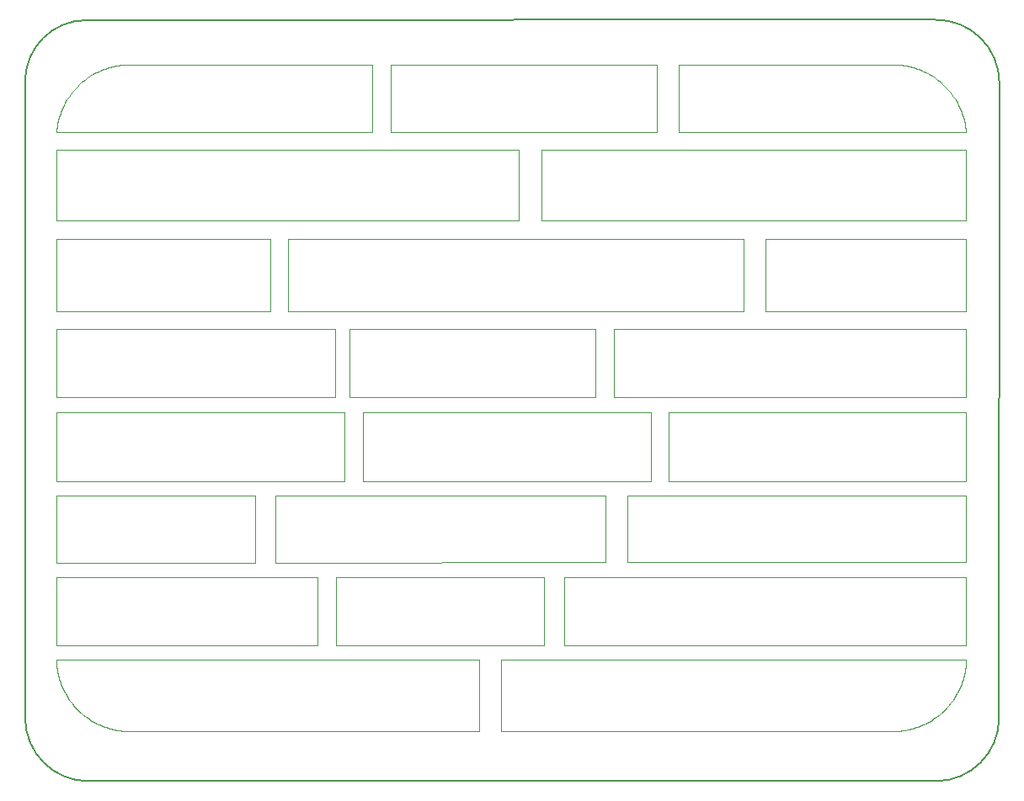
<source format=gbr>
G04 #@! TF.GenerationSoftware,KiCad,Pcbnew,5.1.2*
G04 #@! TF.CreationDate,2019-08-18T11:58:05-05:00*
G04 #@! TF.ProjectId,WordClockMiddle,576f7264-436c-46f6-936b-4d6964646c65,rev?*
G04 #@! TF.SameCoordinates,Original*
G04 #@! TF.FileFunction,Profile,NP*
%FSLAX46Y46*%
G04 Gerber Fmt 4.6, Leading zero omitted, Abs format (unit mm)*
G04 Created by KiCad (PCBNEW 5.1.2) date 2019-08-18 11:58:05*
%MOMM*%
%LPD*%
G04 APERTURE LIST*
%ADD10C,0.150000*%
%ADD11C,0.100000*%
G04 APERTURE END LIST*
D10*
X106157609Y-133000000D02*
G75*
G02X99820001Y-126650051I32391J6369948D01*
G01*
X197740000Y-126659838D02*
G75*
G02X191429787Y-132999999I-6370212J29838D01*
G01*
X191378430Y-56380000D02*
G75*
G02X197769999Y-62689990I41570J-6349989D01*
G01*
X99820000Y-62379773D02*
G75*
G02X105926948Y-56420001I6156947J-200227D01*
G01*
X99820001Y-126650051D02*
X99820000Y-62379773D01*
X191429787Y-132999999D02*
X106157609Y-133000000D01*
X197769999Y-62689990D02*
X197740000Y-126659838D01*
X105926948Y-56420001D02*
X191378430Y-56380000D01*
D11*
X110307778Y-60890777D02*
X110126279Y-60892947D01*
X110126279Y-60892947D02*
X109945887Y-60899424D01*
X109945887Y-60899424D02*
X109766652Y-60910158D01*
X109766652Y-60910158D02*
X109588621Y-60925102D01*
X109588621Y-60925102D02*
X109411845Y-60944205D01*
X109411845Y-60944205D02*
X109236372Y-60967419D01*
X109236372Y-60967419D02*
X109062250Y-60994694D01*
X109062250Y-60994694D02*
X108889529Y-61025982D01*
X108889529Y-61025982D02*
X108718258Y-61061234D01*
X108718258Y-61061234D02*
X108548486Y-61100400D01*
X108548486Y-61100400D02*
X108380262Y-61143431D01*
X108380262Y-61143431D02*
X108213634Y-61190278D01*
X108213634Y-61190278D02*
X108048652Y-61240893D01*
X108048652Y-61240893D02*
X107885364Y-61295226D01*
X107885364Y-61295226D02*
X107723819Y-61353228D01*
X107723819Y-61353228D02*
X107564067Y-61414850D01*
X107564067Y-61414850D02*
X107406156Y-61480043D01*
X107406156Y-61480043D02*
X107250136Y-61548758D01*
X107250136Y-61548758D02*
X106943961Y-61696557D01*
X106943961Y-61696557D02*
X106645935Y-61857855D01*
X106645935Y-61857855D02*
X106356448Y-62032259D01*
X106356448Y-62032259D02*
X106075893Y-62219376D01*
X106075893Y-62219376D02*
X105804661Y-62418815D01*
X105804661Y-62418815D02*
X105543143Y-62630183D01*
X105543143Y-62630183D02*
X105291730Y-62853086D01*
X105291730Y-62853086D02*
X105050815Y-63087133D01*
X105050815Y-63087133D02*
X104820789Y-63331931D01*
X104820789Y-63331931D02*
X104602044Y-63587088D01*
X104602044Y-63587088D02*
X104394970Y-63852210D01*
X104394970Y-63852210D02*
X104199960Y-64126906D01*
X104199960Y-64126906D02*
X104017404Y-64410783D01*
X104017404Y-64410783D02*
X103847695Y-64703448D01*
X103847695Y-64703448D02*
X103691224Y-65004509D01*
X103691224Y-65004509D02*
X103548383Y-65313573D01*
X103548383Y-65313573D02*
X103482196Y-65470984D01*
X103482196Y-65470984D02*
X103419563Y-65630248D01*
X103419563Y-65630248D02*
X103360533Y-65791317D01*
X103360533Y-65791317D02*
X103305155Y-65954141D01*
X103305155Y-65954141D02*
X103253478Y-66118672D01*
X103253478Y-66118672D02*
X103205551Y-66284860D01*
X103205551Y-66284860D02*
X103161423Y-66452657D01*
X103161423Y-66452657D02*
X103121143Y-66622012D01*
X103121143Y-66622012D02*
X103084760Y-66792878D01*
X103084760Y-66792878D02*
X103052322Y-66965205D01*
X103052322Y-66965205D02*
X103023879Y-67138944D01*
X103023879Y-67138944D02*
X102999479Y-67314046D01*
X102999479Y-67314046D02*
X102979172Y-67490462D01*
X102979172Y-67490462D02*
X102963007Y-67668142D01*
X102963007Y-67668142D02*
X134720759Y-67668142D01*
X134720759Y-67668142D02*
X134720759Y-60890777D01*
X134720759Y-60890777D02*
X110307778Y-60890777D01*
X110307778Y-60890777D02*
X110307778Y-60890777D01*
X136558372Y-60890777D02*
X136558372Y-67668142D01*
X136558372Y-67668142D02*
X163352085Y-67668142D01*
X163352085Y-67668142D02*
X163352085Y-60890777D01*
X163352085Y-60890777D02*
X136558372Y-60890777D01*
X136558372Y-60890777D02*
X136558372Y-60890777D01*
X165523529Y-60890777D02*
X165523529Y-67668142D01*
X165523529Y-67668142D02*
X194403418Y-67668142D01*
X194403418Y-67668142D02*
X194387252Y-67490462D01*
X194387252Y-67490462D02*
X194366945Y-67314047D01*
X194366945Y-67314047D02*
X194342545Y-67138945D01*
X194342545Y-67138945D02*
X194314102Y-66965207D01*
X194314102Y-66965207D02*
X194281664Y-66792880D01*
X194281664Y-66792880D02*
X194245280Y-66622015D01*
X194245280Y-66622015D02*
X194204999Y-66452659D01*
X194204999Y-66452659D02*
X194160871Y-66284863D01*
X194160871Y-66284863D02*
X194112944Y-66118675D01*
X194112944Y-66118675D02*
X194061266Y-65954145D01*
X194061266Y-65954145D02*
X194005888Y-65791321D01*
X194005888Y-65791321D02*
X193946858Y-65630252D01*
X193946858Y-65630252D02*
X193884225Y-65470988D01*
X193884225Y-65470988D02*
X193818037Y-65313577D01*
X193818037Y-65313577D02*
X193675195Y-65004513D01*
X193675195Y-65004513D02*
X193518724Y-64703452D01*
X193518724Y-64703452D02*
X193349015Y-64410787D01*
X193349015Y-64410787D02*
X193166459Y-64126911D01*
X193166459Y-64126911D02*
X192971449Y-63852215D01*
X192971449Y-63852215D02*
X192764375Y-63587092D01*
X192764375Y-63587092D02*
X192545629Y-63331935D01*
X192545629Y-63331935D02*
X192315603Y-63087137D01*
X192315603Y-63087137D02*
X192074688Y-62853090D01*
X192074688Y-62853090D02*
X191823276Y-62630186D01*
X191823276Y-62630186D02*
X191561758Y-62418819D01*
X191561758Y-62418819D02*
X191290526Y-62219379D01*
X191290526Y-62219379D02*
X191009971Y-62032262D01*
X191009971Y-62032262D02*
X190720485Y-61857857D01*
X190720485Y-61857857D02*
X190422459Y-61696559D01*
X190422459Y-61696559D02*
X190116285Y-61548760D01*
X190116285Y-61548760D02*
X189960265Y-61480045D01*
X189960265Y-61480045D02*
X189802354Y-61414852D01*
X189802354Y-61414852D02*
X189642602Y-61353229D01*
X189642602Y-61353229D02*
X189481058Y-61295227D01*
X189481058Y-61295227D02*
X189317770Y-61240894D01*
X189317770Y-61240894D02*
X189152788Y-61190279D01*
X189152788Y-61190279D02*
X188986161Y-61143432D01*
X188986161Y-61143432D02*
X188817937Y-61100400D01*
X188817937Y-61100400D02*
X188648165Y-61061234D01*
X188648165Y-61061234D02*
X188476894Y-61025983D01*
X188476894Y-61025983D02*
X188304174Y-60994695D01*
X188304174Y-60994695D02*
X188130053Y-60967419D01*
X188130053Y-60967419D02*
X187954580Y-60944205D01*
X187954580Y-60944205D02*
X187777804Y-60925102D01*
X187777804Y-60925102D02*
X187599773Y-60910158D01*
X187599773Y-60910158D02*
X187420538Y-60899424D01*
X187420538Y-60899424D02*
X187240147Y-60892947D01*
X187240147Y-60892947D02*
X187058649Y-60890777D01*
X187058649Y-60890777D02*
X165523529Y-60890777D01*
X165523529Y-60890777D02*
X165523529Y-60890777D01*
X102937169Y-69468547D02*
X102944920Y-76564757D01*
X102944920Y-76564757D02*
X149487297Y-76588527D01*
X149487297Y-76588527D02*
X149487297Y-69468547D01*
X149487297Y-69468547D02*
X102937169Y-69468547D01*
X102937169Y-69468547D02*
X102937169Y-69468547D01*
X151759512Y-69468547D02*
X151759512Y-76590078D01*
X151759512Y-76590078D02*
X194429258Y-76611781D01*
X194429258Y-76611781D02*
X194429258Y-69468547D01*
X194429258Y-69468547D02*
X151759512Y-69468547D01*
X151759512Y-69468547D02*
X151759512Y-69468547D01*
X194429258Y-78462314D02*
X174276998Y-78465931D01*
X174276998Y-78465931D02*
X174276998Y-85688230D01*
X174276998Y-85688230D02*
X174535898Y-85687196D01*
X174535898Y-85687196D02*
X194429258Y-85695983D01*
X194429258Y-85695983D02*
X194429258Y-78462314D01*
X194429258Y-78462314D02*
X194429258Y-78462314D01*
X172071966Y-78466450D02*
X126508341Y-78475234D01*
X126508341Y-78475234D02*
X126234971Y-78472133D01*
X126234971Y-78472133D02*
X126234971Y-85688230D01*
X126234971Y-85688230D02*
X126443227Y-85691847D01*
X126443227Y-85691847D02*
X171654419Y-85687196D01*
X171654419Y-85687196D02*
X172071966Y-85688230D01*
X172071966Y-85688230D02*
X172071966Y-78466450D01*
X172071966Y-78466450D02*
X172071966Y-78466450D01*
X102941819Y-78467481D02*
X102940786Y-85695983D01*
X102940786Y-85695983D02*
X124184450Y-85691847D01*
X124184450Y-85691847D02*
X124464538Y-85688230D01*
X124464538Y-85688230D02*
X124464538Y-78472133D01*
X124464538Y-78472133D02*
X124205122Y-78472133D01*
X124205122Y-78472133D02*
X102941819Y-78467481D01*
X102941819Y-78467481D02*
X102941819Y-78467481D01*
X102940786Y-87495872D02*
X102934585Y-94321293D01*
X102934585Y-94321293D02*
X130594912Y-94325945D01*
X130594912Y-94325945D02*
X130993854Y-94323878D01*
X130993854Y-94323878D02*
X130993854Y-87495872D01*
X130993854Y-87495872D02*
X102940786Y-87495872D01*
X102940786Y-87495872D02*
X102940786Y-87495872D01*
X132387568Y-87495872D02*
X132387568Y-94323878D01*
X132387568Y-94323878D02*
X133031455Y-94332147D01*
X133031455Y-94332147D02*
X156699778Y-94332663D01*
X156699778Y-94332663D02*
X157179851Y-94324394D01*
X157179851Y-94324394D02*
X157179851Y-87495872D01*
X157179851Y-87495872D02*
X132387568Y-87495872D01*
X132387568Y-87495872D02*
X132387568Y-87495872D01*
X158975607Y-87495872D02*
X158975607Y-94324394D01*
X158975607Y-94324394D02*
X159539397Y-94324394D01*
X159539397Y-94324394D02*
X194426157Y-94316126D01*
X194426157Y-94316126D02*
X194429258Y-87495872D01*
X194429258Y-87495872D02*
X158975607Y-87495872D01*
X158975607Y-87495872D02*
X158975607Y-87495872D01*
X162359898Y-95905177D02*
X133802985Y-95913445D01*
X133802985Y-95913445D02*
X133785414Y-102827235D01*
X133785414Y-102827235D02*
X134360057Y-102831886D01*
X134360057Y-102831886D02*
X162750571Y-102837053D01*
X162750571Y-102837053D02*
X162750571Y-95911378D01*
X162750571Y-95911378D02*
X162359898Y-95905177D01*
X162359898Y-95905177D02*
X162359898Y-95905177D01*
X194417372Y-95907762D02*
X164826931Y-95913445D01*
X164826931Y-95913445D02*
X164487934Y-95911378D01*
X164487934Y-95911378D02*
X164487934Y-102837569D01*
X164487934Y-102837569D02*
X194429258Y-102842739D01*
X194429258Y-102842739D02*
X194417372Y-95907762D01*
X194417372Y-95907762D02*
X194417372Y-95907762D01*
X131947801Y-95913963D02*
X102931484Y-95916546D01*
X102931484Y-95916546D02*
X102939236Y-102842739D01*
X102939236Y-102842739D02*
X131451707Y-102829304D01*
X131451707Y-102829304D02*
X131947801Y-102827235D01*
X131947801Y-102827235D02*
X131947801Y-95913963D01*
X131947801Y-95913963D02*
X131947801Y-95913963D01*
X102938719Y-104229733D02*
X102922699Y-111008649D01*
X102922699Y-111008649D02*
X122960752Y-111002447D01*
X122960752Y-111002447D02*
X122960752Y-104229733D01*
X122960752Y-104229733D02*
X102938719Y-104229733D01*
X102938719Y-104229733D02*
X102938719Y-104229733D01*
X124965280Y-104229733D02*
X124965280Y-111001931D01*
X124965280Y-111001931D02*
X158173589Y-110991594D01*
X158173589Y-110991594D02*
X158173589Y-104229733D01*
X158173589Y-104229733D02*
X124965280Y-104229733D01*
X124965280Y-104229733D02*
X124965280Y-104229733D01*
X160378624Y-104229733D02*
X160378624Y-110991078D01*
X160378624Y-110991078D02*
X194429258Y-110980227D01*
X194429258Y-110980227D02*
X194429258Y-104229733D01*
X194429258Y-104229733D02*
X160378624Y-104229733D01*
X160378624Y-104229733D02*
X160378624Y-104229733D01*
X102935102Y-112462307D02*
X102936652Y-119312533D01*
X102936652Y-119312533D02*
X129242024Y-119312533D01*
X129242024Y-119312533D02*
X129242024Y-112468508D01*
X129242024Y-112468508D02*
X102935102Y-112462307D01*
X102935102Y-112462307D02*
X102935102Y-112462307D01*
X131112710Y-112469024D02*
X131112710Y-119312533D01*
X131112710Y-119312533D02*
X152026678Y-119312533D01*
X152026678Y-119312533D02*
X152026678Y-112474192D01*
X152026678Y-112474192D02*
X131112710Y-112469024D01*
X131112710Y-112469024D02*
X131112710Y-112469024D01*
X154031206Y-112474192D02*
X154031206Y-119312533D01*
X154031206Y-119312533D02*
X194429258Y-119312533D01*
X194429258Y-119312533D02*
X194429258Y-112484010D01*
X194429258Y-112484010D02*
X154031206Y-112474192D01*
X154031206Y-112474192D02*
X154031206Y-112474192D01*
X102940786Y-120749654D02*
X102946998Y-120937007D01*
X102946998Y-120937007D02*
X102957799Y-121123123D01*
X102957799Y-121123123D02*
X102973134Y-121307948D01*
X102973134Y-121307948D02*
X102992949Y-121491428D01*
X102992949Y-121491428D02*
X103017188Y-121673508D01*
X103017188Y-121673508D02*
X103045798Y-121854131D01*
X103045798Y-121854131D02*
X103078723Y-122033245D01*
X103078723Y-122033245D02*
X103115908Y-122210793D01*
X103115908Y-122210793D02*
X103157299Y-122386722D01*
X103157299Y-122386722D02*
X103202841Y-122560976D01*
X103202841Y-122560976D02*
X103252479Y-122733499D01*
X103252479Y-122733499D02*
X103306159Y-122904239D01*
X103306159Y-122904239D02*
X103363825Y-123073139D01*
X103363825Y-123073139D02*
X103425423Y-123240144D01*
X103425423Y-123240144D02*
X103490897Y-123405200D01*
X103490897Y-123405200D02*
X103560194Y-123568253D01*
X103560194Y-123568253D02*
X103633259Y-123729246D01*
X103633259Y-123729246D02*
X103710036Y-123888125D01*
X103710036Y-123888125D02*
X103790471Y-124044836D01*
X103790471Y-124044836D02*
X103874509Y-124199324D01*
X103874509Y-124199324D02*
X103962096Y-124351533D01*
X103962096Y-124351533D02*
X104053176Y-124501409D01*
X104053176Y-124501409D02*
X104147695Y-124648896D01*
X104147695Y-124648896D02*
X104245598Y-124793941D01*
X104245598Y-124793941D02*
X104346830Y-124936488D01*
X104346830Y-124936488D02*
X104451337Y-125076482D01*
X104451337Y-125076482D02*
X104559064Y-125213869D01*
X104559064Y-125213869D02*
X104669955Y-125348593D01*
X104669955Y-125348593D02*
X104783956Y-125480600D01*
X104783956Y-125480600D02*
X104901013Y-125609835D01*
X104901013Y-125609835D02*
X105021071Y-125736242D01*
X105021071Y-125736242D02*
X105144074Y-125859768D01*
X105144074Y-125859768D02*
X105269968Y-125980357D01*
X105269968Y-125980357D02*
X105398699Y-126097955D01*
X105398699Y-126097955D02*
X105530211Y-126212506D01*
X105530211Y-126212506D02*
X105664449Y-126323956D01*
X105664449Y-126323956D02*
X105801360Y-126432249D01*
X105801360Y-126432249D02*
X105940888Y-126537331D01*
X105940888Y-126537331D02*
X106082978Y-126639148D01*
X106082978Y-126639148D02*
X106227576Y-126737644D01*
X106227576Y-126737644D02*
X106374626Y-126832764D01*
X106374626Y-126832764D02*
X106524075Y-126924453D01*
X106524075Y-126924453D02*
X106675867Y-127012657D01*
X106675867Y-127012657D02*
X106829947Y-127097321D01*
X106829947Y-127097321D02*
X106986261Y-127178390D01*
X106986261Y-127178390D02*
X107144754Y-127255808D01*
X107144754Y-127255808D02*
X107305371Y-127329522D01*
X107305371Y-127329522D02*
X107468058Y-127399476D01*
X107468058Y-127399476D02*
X107632759Y-127465616D01*
X107632759Y-127465616D02*
X107799420Y-127527886D01*
X107799420Y-127527886D02*
X107967986Y-127586232D01*
X107967986Y-127586232D02*
X108138402Y-127640598D01*
X108138402Y-127640598D02*
X108310613Y-127690931D01*
X108310613Y-127690931D02*
X108484566Y-127737174D01*
X108484566Y-127737174D02*
X108660204Y-127779274D01*
X108660204Y-127779274D02*
X108837474Y-127817176D01*
X108837474Y-127817176D02*
X109016320Y-127850823D01*
X109016320Y-127850823D02*
X109196687Y-127880163D01*
X109196687Y-127880163D02*
X109378521Y-127905139D01*
X109378521Y-127905139D02*
X109561768Y-127925697D01*
X109561768Y-127925697D02*
X109746371Y-127941782D01*
X109746371Y-127941782D02*
X109932277Y-127953339D01*
X109932277Y-127953339D02*
X110119431Y-127960314D01*
X110119431Y-127960314D02*
X110307778Y-127962651D01*
X110307778Y-127962651D02*
X145478241Y-127962651D01*
X145478241Y-127962651D02*
X145478241Y-120749654D01*
X145478241Y-120749654D02*
X102940786Y-120749654D01*
X102940786Y-120749654D02*
X102940786Y-120749654D01*
X147683273Y-120749654D02*
X147683273Y-127962651D01*
X147683273Y-127962651D02*
X187058649Y-127962651D01*
X187058649Y-127962651D02*
X187246995Y-127960314D01*
X187246995Y-127960314D02*
X187434148Y-127953339D01*
X187434148Y-127953339D02*
X187620052Y-127941782D01*
X187620052Y-127941782D02*
X187804654Y-127925697D01*
X187804654Y-127925697D02*
X187987897Y-127905139D01*
X187987897Y-127905139D02*
X188169728Y-127880163D01*
X188169728Y-127880163D02*
X188350092Y-127850823D01*
X188350092Y-127850823D02*
X188528934Y-127817176D01*
X188528934Y-127817176D02*
X188706199Y-127779274D01*
X188706199Y-127779274D02*
X188881833Y-127737174D01*
X188881833Y-127737174D02*
X189055780Y-127690931D01*
X189055780Y-127690931D02*
X189227986Y-127640598D01*
X189227986Y-127640598D02*
X189398396Y-127586232D01*
X189398396Y-127586232D02*
X189566956Y-127527886D01*
X189566956Y-127527886D02*
X189733611Y-127465616D01*
X189733611Y-127465616D02*
X189898306Y-127399476D01*
X189898306Y-127399476D02*
X190060985Y-127329522D01*
X190060985Y-127329522D02*
X190221596Y-127255808D01*
X190221596Y-127255808D02*
X190380082Y-127178390D01*
X190380082Y-127178390D02*
X190536389Y-127097321D01*
X190536389Y-127097321D02*
X190690462Y-127012657D01*
X190690462Y-127012657D02*
X190842247Y-126924453D01*
X190842247Y-126924453D02*
X190991689Y-126832764D01*
X190991689Y-126832764D02*
X191138732Y-126737644D01*
X191138732Y-126737644D02*
X191283323Y-126639148D01*
X191283323Y-126639148D02*
X191425407Y-126537331D01*
X191425407Y-126537331D02*
X191564928Y-126432249D01*
X191564928Y-126432249D02*
X191701832Y-126323956D01*
X191701832Y-126323956D02*
X191836065Y-126212506D01*
X191836065Y-126212506D02*
X191967571Y-126097955D01*
X191967571Y-126097955D02*
X192096296Y-125980357D01*
X192096296Y-125980357D02*
X192222185Y-125859768D01*
X192222185Y-125859768D02*
X192345183Y-125736242D01*
X192345183Y-125736242D02*
X192465236Y-125609835D01*
X192465236Y-125609835D02*
X192582288Y-125480600D01*
X192582288Y-125480600D02*
X192696286Y-125348593D01*
X192696286Y-125348593D02*
X192807174Y-125213869D01*
X192807174Y-125213869D02*
X192914897Y-125076482D01*
X192914897Y-125076482D02*
X193019402Y-124936488D01*
X193019402Y-124936488D02*
X193120632Y-124793941D01*
X193120632Y-124793941D02*
X193218534Y-124648896D01*
X193218534Y-124648896D02*
X193313052Y-124501409D01*
X193313052Y-124501409D02*
X193404132Y-124351533D01*
X193404132Y-124351533D02*
X193491719Y-124199324D01*
X193491719Y-124199324D02*
X193575759Y-124044836D01*
X193575759Y-124044836D02*
X193656196Y-123888125D01*
X193656196Y-123888125D02*
X193732976Y-123729246D01*
X193732976Y-123729246D02*
X193806044Y-123568253D01*
X193806044Y-123568253D02*
X193875345Y-123405200D01*
X193875345Y-123405200D02*
X193940825Y-123240144D01*
X193940825Y-123240144D02*
X194002429Y-123073139D01*
X194002429Y-123073139D02*
X194060102Y-122904239D01*
X194060102Y-122904239D02*
X194113789Y-122733499D01*
X194113789Y-122733499D02*
X194163436Y-122560976D01*
X194163436Y-122560976D02*
X194208988Y-122386722D01*
X194208988Y-122386722D02*
X194250390Y-122210793D01*
X194250390Y-122210793D02*
X194287588Y-122033245D01*
X194287588Y-122033245D02*
X194320525Y-121854131D01*
X194320525Y-121854131D02*
X194349149Y-121673508D01*
X194349149Y-121673508D02*
X194373404Y-121491428D01*
X194373404Y-121491428D02*
X194393236Y-121307948D01*
X194393236Y-121307948D02*
X194408589Y-121123123D01*
X194408589Y-121123123D02*
X194419409Y-120937007D01*
X194419409Y-120937007D02*
X194425641Y-120749654D01*
X194425641Y-120749654D02*
X147683273Y-120749654D01*
X147683273Y-120749654D02*
X147683273Y-120749654D01*
M02*

</source>
